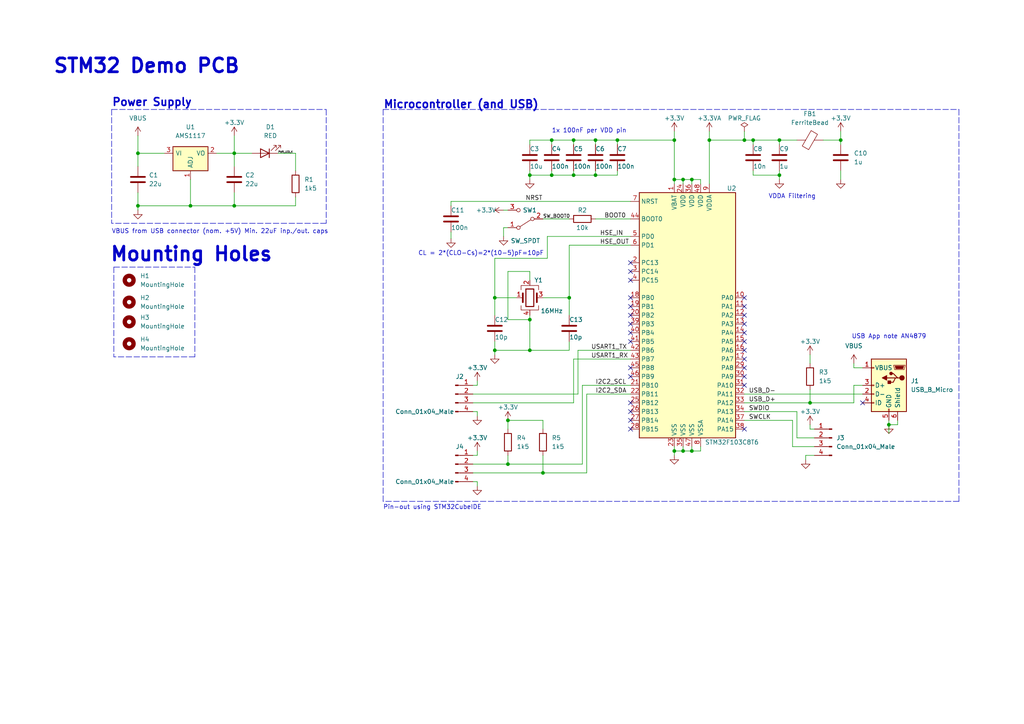
<source format=kicad_sch>
(kicad_sch (version 20211123) (generator eeschema)
  (paper "A4")
  (title_block (title "Udemy STM32 Demo PCB") (date "2022-07-07") (rev "0.1") (company "Gabriel Jaimes"))
  (lib_symbols
    (symbol "Connector:Conn_01x04_Male" (pin_names (offset 1.016) hide)
      (property "Reference" "J" (at 0 5.08 0))
      (property "Value" "Conn_01x04_Male" (at 0 -7.62 0))
      (symbol "Conn_01x04_Male_1_1"
        (polyline (pts (xy 1.27 -5.08) (xy 0.8636 -5.08)) (stroke (width 0.1524)))
        (polyline (pts (xy 1.27 -2.54) (xy 0.8636 -2.54)) (stroke (width 0.1524)))
        (polyline (pts (xy 1.27 0) (xy 0.8636 0)) (stroke (width 0.1524)))
        (polyline (pts (xy 1.27 2.54) (xy 0.8636 2.54)) (stroke (width 0.1524)))
        (rectangle (start 0.8636 -4.953) (end 0 -5.207) (stroke (width 0.1524)) (fill (type outline)))
        (rectangle (start 0.8636 -2.413) (end 0 -2.667) (stroke (width 0.1524)) (fill (type outline)))
        (rectangle (start 0.8636 0.127) (end 0 -0.127) (stroke (width 0.1524)) (fill (type outline)))
        (rectangle (start 0.8636 2.667) (end 0 2.413) (stroke (width 0.1524)) (fill (type outline)))
        (pin passive line (at 5.08 2.54 180) (length 3.81) (name "Pin_1") (number "1"))
        (pin passive line (at 5.08 0 180) (length 3.81) (name "Pin_2") (number "2"))
        (pin passive line (at 5.08 -2.54 180) (length 3.81) (name "Pin_3") (number "3"))
        (pin passive line (at 5.08 -5.08 180) (length 3.81) (name "Pin_4") (number "4"))
      )
    )
    (symbol "Connector:USB_B_Micro" (pin_names (offset 1.016))
      (property "Reference" "J" (at -5.08 11.43 0))
      (property "Value" "USB_B_Micro" (at -5.08 8.89 0))
      (symbol "USB_B_Micro_0_1"
        (rectangle (start -5.08 -7.62) (end 5.08 7.62) (stroke (width 0.254)) (fill (type background)))
        (circle (center -3.81 2.159) (radius 0.635) (stroke (width 0.254)) (fill (type outline)))
        (circle (center -0.635 3.429) (radius 0.381) (stroke (width 0.254)) (fill (type outline)))
        (rectangle (start -0.127 -7.62) (end 0.127 -6.858))
        (polyline (pts (xy -1.905 2.159) (xy 0.635 2.159)) (stroke (width 0.254)))
        (polyline (pts (xy -3.175 2.159) (xy -2.54 2.159) (xy -1.27 3.429) (xy -0.635 3.429)) (stroke (width 0.254)))
        (polyline (pts (xy -2.54 2.159) (xy -1.905 2.159) (xy -1.27 0.889) (xy 0 0.889)) (stroke (width 0.254)))
        (polyline (pts (xy 0.635 2.794) (xy 0.635 1.524) (xy 1.905 2.159) (xy 0.635 2.794)) (stroke (width 0.254)) (fill (type outline)))
        (polyline (pts (xy -4.318 5.588) (xy -1.778 5.588) (xy -2.032 4.826) (xy -4.064 4.826) (xy -4.318 5.588)) (fill (type outline)))
        (polyline (pts (xy -4.699 5.842) (xy -4.699 5.588) (xy -4.445 4.826) (xy -4.445 4.572) (xy -1.651 4.572) (xy -1.651 4.826) (xy -1.397 5.588) (xy -1.397 5.842) (xy -4.699 5.842)))
        (rectangle (start 0.254 1.27) (end -0.508 0.508) (stroke (width 0.254)) (fill (type outline)))
        (rectangle (start 5.08 -5.207) (end 4.318 -4.953))
        (rectangle (start 5.08 -2.667) (end 4.318 -2.413))
        (rectangle (start 5.08 -0.127) (end 4.318 0.127))
        (rectangle (start 5.08 4.953) (end 4.318 5.207))
      )
      (symbol "USB_B_Micro_1_1"
        (pin power_out line (at 7.62 5.08 180) (length 2.54) (name "VBUS") (number "1"))
        (pin bidirectional line (at 7.62 -2.54 180) (length 2.54) (name "D-") (number "2"))
        (pin bidirectional line (at 7.62 0 180) (length 2.54) (name "D+") (number "3"))
        (pin passive line (at 7.62 -5.08 180) (length 2.54) (name "ID") (number "4"))
        (pin power_out line (at 0 -10.16 90) (length 2.54) (name "GND") (number "5"))
        (pin passive line (at -2.54 -10.16 90) (length 2.54) (name "Shield") (number "6"))
      )
    )
    (symbol "Device:C" (pin_numbers hide) (pin_names (offset 0.254))
      (property "Reference" "C" (at 0.635 2.54 0))
      (property "Value" "C" (at 0.635 -2.54 0))
      (symbol "C_0_1"
        (polyline (pts (xy -2.032 -0.762) (xy 2.032 -0.762)) (stroke (width 0.508)))
        (polyline (pts (xy -2.032 0.762) (xy 2.032 0.762)) (stroke (width 0.508)))
      )
      (symbol "C_1_1"
        (pin passive line (at 0 3.81 270) (length 2.794) (name "~") (number "1"))
        (pin passive line (at 0 -3.81 90) (length 2.794) (name "~") (number "2"))
      )
    )
    (symbol "Device:Crystal_GND24" (pin_names (offset 1.016) hide)
      (property "Reference" "Y" (at 3.175 5.08 0))
      (property "Value" "Crystal_GND24" (at 3.175 3.175 0))
      (symbol "Crystal_GND24_0_1"
        (rectangle (start -1.143 2.54) (end 1.143 -2.54) (stroke (width 0.3048)))
        (polyline (pts (xy -2.54 0) (xy -2.032 0)))
        (polyline (pts (xy -2.032 -1.27) (xy -2.032 1.27)) (stroke (width 0.508)))
        (polyline (pts (xy 0 -3.81) (xy 0 -3.556)))
        (polyline (pts (xy 0 3.556) (xy 0 3.81)))
        (polyline (pts (xy 2.032 -1.27) (xy 2.032 1.27)) (stroke (width 0.508)))
        (polyline (pts (xy 2.032 0) (xy 2.54 0)))
        (polyline (pts (xy -2.54 -2.286) (xy -2.54 -3.556) (xy 2.54 -3.556) (xy 2.54 -2.286)))
        (polyline (pts (xy -2.54 2.286) (xy -2.54 3.556) (xy 2.54 3.556) (xy 2.54 2.286)))
      )
      (symbol "Crystal_GND24_1_1"
        (pin passive line (at -3.81 0 0) (length 1.27) (name "1") (number "1"))
        (pin passive line (at 0 5.08 270) (length 1.27) (name "2") (number "2"))
        (pin passive line (at 3.81 0 180) (length 1.27) (name "3") (number "3"))
        (pin passive line (at 0 -5.08 90) (length 1.27) (name "4") (number "4"))
      )
    )
    (symbol "Device:FerriteBead" (pin_numbers hide) (pin_names (offset 0))
      (property "Reference" "FB" (at -3.81 0.635 90))
      (property "Value" "FerriteBead" (at 3.81 0 90))
      (symbol "FerriteBead_0_1"
        (polyline (pts (xy 0 -1.27) (xy 0 -1.2192)))
        (polyline (pts (xy 0 1.27) (xy 0 1.2954)))
        (polyline (pts (xy -2.7686 0.4064) (xy -1.7018 2.2606) (xy 2.7686 -0.3048) (xy 1.6764 -2.159) (xy -2.7686 0.4064)))
      )
      (symbol "FerriteBead_1_1"
        (pin passive line (at 0 3.81 270) (length 2.54) (name "~") (number "1"))
        (pin passive line (at 0 -3.81 90) (length 2.54) (name "~") (number "2"))
      )
    )
    (symbol "Device:LED" (pin_numbers hide) (pin_names (offset 1.016) hide)
      (property "Reference" "D" (at 0 2.54 0))
      (property "Value" "LED" (at 0 -2.54 0))
      (symbol "LED_0_1"
        (polyline (pts (xy -1.27 -1.27) (xy -1.27 1.27)) (stroke (width 0.254)))
        (polyline (pts (xy -1.27 0) (xy 1.27 0)))
        (polyline (pts (xy 1.27 -1.27) (xy 1.27 1.27) (xy -1.27 0) (xy 1.27 -1.27)) (stroke (width 0.254)))
        (polyline (pts (xy -3.048 -0.762) (xy -4.572 -2.286) (xy -3.81 -2.286) (xy -4.572 -2.286) (xy -4.572 -1.524)))
        (polyline (pts (xy -1.778 -0.762) (xy -3.302 -2.286) (xy -2.54 -2.286) (xy -3.302 -2.286) (xy -3.302 -1.524)))
      )
      (symbol "LED_1_1"
        (pin passive line (at -3.81 0 0) (length 2.54) (name "K") (number "1"))
        (pin passive line (at 3.81 0 180) (length 2.54) (name "A") (number "2"))
      )
    )
    (symbol "Device:R" (pin_numbers hide) (pin_names (offset 0))
      (property "Reference" "R" (at 2.032 0 90))
      (property "Value" "R" (at 0 0 90))
      (symbol "R_0_1"
        (rectangle (start -1.016 -2.54) (end 1.016 2.54) (stroke (width 0.254)))
      )
      (symbol "R_1_1"
        (pin passive line (at 0 3.81 270) (length 1.27) (name "~") (number "1"))
        (pin passive line (at 0 -3.81 90) (length 1.27) (name "~") (number "2"))
      )
    )
    (symbol "MCU_ST_STM32F1:STM32F103C8Tx"
      (property "Reference" "U" (at -15.24 36.83 0))
      (property "Value" "STM32F103C8Tx" (at 7.62 36.83 0))
      (symbol "STM32F103C8Tx_0_1"
        (rectangle (start -15.24 -35.56) (end 12.7 35.56) (stroke (width 0.254)) (fill (type background)))
      )
      (symbol "STM32F103C8Tx_1_1"
        (pin power_in line (at -5.08 38.1 270) (length 2.54) (name "VBAT") (number "1"))
        (pin bidirectional line (at 15.24 5.08 180) (length 2.54) (name "PA0") (number "10"))
        (pin bidirectional line (at 15.24 2.54 180) (length 2.54) (name "PA1") (number "11"))
        (pin bidirectional line (at 15.24 0 180) (length 2.54) (name "PA2") (number "12"))
        (pin bidirectional line (at 15.24 -2.54 180) (length 2.54) (name "PA3") (number "13"))
        (pin bidirectional line (at 15.24 -5.08 180) (length 2.54) (name "PA4") (number "14"))
        (pin bidirectional line (at 15.24 -7.62 180) (length 2.54) (name "PA5") (number "15"))
        (pin bidirectional line (at 15.24 -10.16 180) (length 2.54) (name "PA6") (number "16"))
        (pin bidirectional line (at 15.24 -12.7 180) (length 2.54) (name "PA7") (number "17"))
        (pin bidirectional line (at -17.78 5.08 0) (length 2.54) (name "PB0") (number "18"))
        (pin bidirectional line (at -17.78 2.54 0) (length 2.54) (name "PB1") (number "19"))
        (pin bidirectional line (at -17.78 15.24 0) (length 2.54) (name "PC13") (number "2"))
        (pin bidirectional line (at -17.78 0 0) (length 2.54) (name "PB2") (number "20"))
        (pin bidirectional line (at -17.78 -20.32 0) (length 2.54) (name "PB10") (number "21"))
        (pin bidirectional line (at -17.78 -22.86 0) (length 2.54) (name "PB11") (number "22"))
        (pin power_in line (at -5.08 -38.1 90) (length 2.54) (name "VSS") (number "23"))
        (pin power_in line (at -2.54 38.1 270) (length 2.54) (name "VDD") (number "24"))
        (pin bidirectional line (at -17.78 -25.4 0) (length 2.54) (name "PB12") (number "25"))
        (pin bidirectional line (at -17.78 -27.94 0) (length 2.54) (name "PB13") (number "26"))
        (pin bidirectional line (at -17.78 -30.48 0) (length 2.54) (name "PB14") (number "27"))
        (pin bidirectional line (at -17.78 -33.02 0) (length 2.54) (name "PB15") (number "28"))
        (pin bidirectional line (at 15.24 -15.24 180) (length 2.54) (name "PA8") (number "29"))
        (pin bidirectional line (at -17.78 12.7 0) (length 2.54) (name "PC14") (number "3"))
        (pin bidirectional line (at 15.24 -17.78 180) (length 2.54) (name "PA9") (number "30"))
        (pin bidirectional line (at 15.24 -20.32 180) (length 2.54) (name "PA10") (number "31"))
        (pin bidirectional line (at 15.24 -22.86 180) (length 2.54) (name "PA11") (number "32"))
        (pin bidirectional line (at 15.24 -25.4 180) (length 2.54) (name "PA12") (number "33"))
        (pin bidirectional line (at 15.24 -27.94 180) (length 2.54) (name "PA13") (number "34"))
        (pin power_in line (at -2.54 -38.1 90) (length 2.54) (name "VSS") (number "35"))
        (pin power_in line (at 0 38.1 270) (length 2.54) (name "VDD") (number "36"))
        (pin bidirectional line (at 15.24 -30.48 180) (length 2.54) (name "PA14") (number "37"))
        (pin bidirectional line (at 15.24 -33.02 180) (length 2.54) (name "PA15") (number "38"))
        (pin bidirectional line (at -17.78 -2.54 0) (length 2.54) (name "PB3") (number "39"))
        (pin bidirectional line (at -17.78 10.16 0) (length 2.54) (name "PC15") (number "4"))
        (pin bidirectional line (at -17.78 -5.08 0) (length 2.54) (name "PB4") (number "40"))
        (pin bidirectional line (at -17.78 -7.62 0) (length 2.54) (name "PB5") (number "41"))
        (pin bidirectional line (at -17.78 -10.16 0) (length 2.54) (name "PB6") (number "42"))
        (pin bidirectional line (at -17.78 -12.7 0) (length 2.54) (name "PB7") (number "43"))
        (pin input line (at -17.78 27.94 0) (length 2.54) (name "BOOT0") (number "44"))
        (pin bidirectional line (at -17.78 -15.24 0) (length 2.54) (name "PB8") (number "45"))
        (pin bidirectional line (at -17.78 -17.78 0) (length 2.54) (name "PB9") (number "46"))
        (pin power_in line (at 0 -38.1 90) (length 2.54) (name "VSS") (number "47"))
        (pin power_in line (at 2.54 38.1 270) (length 2.54) (name "VDD") (number "48"))
        (pin input line (at -17.78 22.86 0) (length 2.54) (name "PD0") (number "5"))
        (pin input line (at -17.78 20.32 0) (length 2.54) (name "PD1") (number "6"))
        (pin input line (at -17.78 33.02 0) (length 2.54) (name "NRST") (number "7"))
        (pin power_in line (at 2.54 -38.1 90) (length 2.54) (name "VSSA") (number "8"))
        (pin power_in line (at 5.08 38.1 270) (length 2.54) (name "VDDA") (number "9"))
      )
    )
    (symbol "Mechanical:MountingHole" (pin_names (offset 1.016))
      (property "Reference" "H" (at 0 5.08 0))
      (property "Value" "MountingHole" (at 0 3.175 0))
      (symbol "MountingHole_0_1"
        (circle (center 0 0) (radius 1.27) (stroke (width 1.27)))
      )
    )
    (symbol "Regulator_Linear:AMS1117" (pin_names (offset 0.762))
      (property "Reference" "U" (at -3.81 3.175 0))
      (property "Value" "AMS1117" (at 0 3.175 0))
      (symbol "AMS1117_0_1"
        (rectangle (start -5.08 -5.08) (end 5.08 1.905) (stroke (width 0.254)) (fill (type background)))
      )
      (symbol "AMS1117_1_1"
        (pin input line (at 0 -7.62 90) (length 2.54) (name "ADJ") (number "1"))
        (pin power_out line (at 7.62 0 180) (length 2.54) (name "VO") (number "2"))
        (pin power_in line (at -7.62 0 0) (length 2.54) (name "VI") (number "3"))
      )
    )
    (symbol "Switch:SW_SPDT" (pin_names (offset 0) hide)
      (property "Reference" "SW" (at 0 4.318 0))
      (property "Value" "SW_SPDT" (at 0 -5.08 0))
      (symbol "SW_SPDT_0_0"
        (circle (center -2.032 0) (radius 0.508))
        (circle (center 2.032 -2.54) (radius 0.508))
      )
      (symbol "SW_SPDT_0_1"
        (polyline (pts (xy -1.524 0.254) (xy 1.651 2.286)))
        (circle (center 2.032 2.54) (radius 0.508))
      )
      (symbol "SW_SPDT_1_1"
        (pin passive line (at 5.08 2.54 180) (length 2.54) (name "A") (number "1"))
        (pin passive line (at -5.08 0 0) (length 2.54) (name "B") (number "2"))
        (pin passive line (at 5.08 -2.54 180) (length 2.54) (name "C") (number "3"))
      )
    )
    (symbol "power:+3.3V" (power) (pin_names (offset 0))
      (property "Value" "+3.3V" (at 0 3.556 0))
      (symbol "+3.3V_0_1"
        (polyline (pts (xy -0.762 1.27) (xy 0 2.54)))
        (polyline (pts (xy 0 0) (xy 0 2.54)))
        (polyline (pts (xy 0 2.54) (xy 0.762 1.27)))
      )
      (symbol "+3.3V_1_1"
        (pin power_in line (at 0 0 90) (length 0) hide (name "+3.3V") (number "1"))
      )
    )
    (symbol "power:+3.3VA" (power) (pin_names (offset 0))
      (property "Value" "+3.3VA" (at 0 3.556 0))
      (symbol "+3.3VA_0_1"
        (polyline (pts (xy -0.762 1.27) (xy 0 2.54)))
        (polyline (pts (xy 0 0) (xy 0 2.54)))
        (polyline (pts (xy 0 2.54) (xy 0.762 1.27)))
      )
      (symbol "+3.3VA_1_1"
        (pin power_in line (at 0 0 90) (length 0) hide (name "+3.3VA") (number "1"))
      )
    )
    (symbol "power:GND" (power) (pin_names (offset 0))
      (property "Value" "GND" (at 0 -3.81 0))
      (symbol "GND_0_1"
        (polyline (pts (xy 0 0) (xy 0 -1.27) (xy 1.27 -1.27) (xy 0 -2.54) (xy -1.27 -1.27) (xy 0 -1.27)))
      )
      (symbol "GND_1_1"
        (pin power_in line (at 0 0 270) (length 0) hide (name "GND") (number "1"))
      )
    )
    (symbol "power:PWR_FLAG" (power) (pin_numbers hide) (pin_names (offset 0) hide)
      (property "Value" "PWR_FLAG" (at 0 3.81 0))
      (symbol "PWR_FLAG_0_0"
        (pin power_out line (at 0 0 90) (length 0) (name "pwr") (number "1"))
      )
      (symbol "PWR_FLAG_0_1"
        (polyline (pts (xy 0 0) (xy 0 1.27) (xy -1.016 1.905) (xy 0 2.54) (xy 1.016 1.905) (xy 0 1.27)))
      )
    )
    (symbol "power:VBUS" (power) (pin_names (offset 0))
      (property "Value" "VBUS" (at 0 3.81 0))
      (symbol "VBUS_0_1"
        (polyline (pts (xy -0.762 1.27) (xy 0 2.54)))
        (polyline (pts (xy 0 0) (xy 0 2.54)))
        (polyline (pts (xy 0 2.54) (xy 0.762 1.27)))
      )
      (symbol "VBUS_1_1"
        (pin power_in line (at 0 0 90) (length 0) hide (name "VBUS") (number "1"))
      )
    )
  )
  (junction (at 257.81 123.19))
  (junction (at 160.02 50.8))
  (junction (at 55.245 59.69))
  (junction (at 165.1 86.36))
  (junction (at 195.58 40.64))
  (junction (at 172.72 50.8))
  (junction (at 215.9 40.64))
  (junction (at 195.58 130.81))
  (junction (at 67.945 44.45))
  (junction (at 234.95 116.84))
  (junction (at 143.51 101.6))
  (junction (at 40.005 59.69))
  (junction (at 226.06 50.8))
  (junction (at 198.12 130.81))
  (junction (at 147.32 134.62))
  (junction (at 166.37 50.8))
  (junction (at 157.48 137.16))
  (junction (at 243.84 40.64))
  (junction (at 205.74 40.64))
  (junction (at 226.06 40.64))
  (junction (at 200.66 130.81))
  (junction (at 195.58 52.07))
  (junction (at 200.66 52.07))
  (junction (at 198.12 52.07))
  (junction (at 147.32 121.92))
  (junction (at 153.67 101.6))
  (junction (at 153.67 92.71))
  (junction (at 67.945 59.69))
  (junction (at 172.72 40.64))
  (junction (at 179.07 40.64))
  (junction (at 40.005 44.45))
  (junction (at 166.37 40.64))
  (junction (at 160.02 40.64))
  (junction (at 143.51 86.36))
  (junction (at 153.67 50.8))
  (junction (at 218.44 40.64))
  (no_connect (at 250.19 116.84))
  (no_connect (at 182.88 76.2))
  (no_connect (at 182.88 93.98))
  (no_connect (at 182.88 91.44))
  (no_connect (at 182.88 81.28))
  (no_connect (at 182.88 78.74))
  (no_connect (at 182.88 86.36))
  (no_connect (at 182.88 96.52))
  (no_connect (at 182.88 88.9))
  (no_connect (at 182.88 99.06))
  (no_connect (at 182.88 121.92))
  (no_connect (at 182.88 119.38))
  (no_connect (at 182.88 124.46))
  (no_connect (at 182.88 116.84))
  (no_connect (at 182.88 106.68))
  (no_connect (at 182.88 109.22))
  (no_connect (at 215.9 101.6))
  (no_connect (at 215.9 111.76))
  (no_connect (at 215.9 106.68))
  (no_connect (at 215.9 104.14))
  (no_connect (at 215.9 124.46))
  (no_connect (at 215.9 109.22))
  (no_connect (at 215.9 91.44))
  (no_connect (at 215.9 88.9))
  (no_connect (at 215.9 99.06))
  (no_connect (at 215.9 93.98))
  (no_connect (at 215.9 86.36))
  (no_connect (at 215.9 96.52))
  (wire (pts (xy 168.91 111.76) (xy 168.91 134.62)))
  (wire (pts (xy 143.51 101.6) (xy 143.51 102.87)))
  (polyline (pts (xy 32.385 31.75) (xy 94.615 31.75)))
  (wire (pts (xy 195.58 52.07) (xy 195.58 53.34)))
  (wire (pts (xy 226.06 40.64) (xy 226.06 41.91)))
  (wire (pts (xy 231.14 119.38) (xy 231.14 127)))
  (wire (pts (xy 40.005 59.69) (xy 55.245 59.69)))
  (wire (pts (xy 138.43 139.7) (xy 138.43 140.97)))
  (wire (pts (xy 158.75 68.58) (xy 182.88 68.58)))
  (wire (pts (xy 157.48 63.5) (xy 165.1 63.5)))
  (wire (pts (xy 234.95 113.03) (xy 234.95 116.84)))
  (wire (pts (xy 203.2 129.54) (xy 203.2 130.81)))
  (wire (pts (xy 147.32 132.08) (xy 147.32 134.62)))
  (wire (pts (xy 243.84 38.1) (xy 243.84 40.64)))
  (wire (pts (xy 147.32 92.71) (xy 153.67 92.71)))
  (wire (pts (xy 195.58 130.81) (xy 195.58 132.08)))
  (wire (pts (xy 160.02 40.64) (xy 166.37 40.64)))
  (wire (pts (xy 236.22 132.08) (xy 233.68 132.08)))
  (wire (pts (xy 243.84 40.64) (xy 238.76 40.64)))
  (wire (pts (xy 167.64 101.6) (xy 182.88 101.6)))
  (wire (pts (xy 218.44 40.64) (xy 226.06 40.64)))
  (wire (pts (xy 226.06 50.8) (xy 226.06 52.07)))
  (wire (pts (xy 167.64 114.3) (xy 167.64 101.6)))
  (wire (pts (xy 153.67 40.64) (xy 160.02 40.64)))
  (wire (pts (xy 130.81 67.31) (xy 130.81 69.215)))
  (wire (pts (xy 247.65 106.68) (xy 247.65 105.41)))
  (polyline (pts (xy 278.13 145.415) (xy 111.125 145.415)))
  (wire (pts (xy 226.06 50.8) (xy 226.06 49.53)))
  (wire (pts (xy 200.66 52.07) (xy 200.66 53.34)))
  (wire (pts (xy 257.81 123.19) (xy 257.81 125.73)))
  (wire (pts (xy 40.005 59.69) (xy 40.005 60.96)))
  (wire (pts (xy 166.37 116.84) (xy 166.37 104.14)))
  (wire (pts (xy 200.66 52.07) (xy 198.12 52.07)))
  (wire (pts (xy 147.32 124.46) (xy 147.32 121.92)))
  (wire (pts (xy 233.68 132.08) (xy 233.68 133.35)))
  (wire (pts (xy 138.43 132.08) (xy 138.43 130.81)))
  (wire (pts (xy 85.725 44.45) (xy 85.725 49.53)))
  (wire (pts (xy 179.07 50.8) (xy 179.07 49.53)))
  (polyline (pts (xy 111.125 31.75) (xy 278.13 31.75)))
  (wire (pts (xy 165.1 86.36) (xy 165.1 91.44)))
  (wire (pts (xy 198.12 129.54) (xy 198.12 130.81)))
  (wire (pts (xy 67.945 39.37) (xy 67.945 44.45)))
  (wire (pts (xy 250.19 106.68) (xy 247.65 106.68)))
  (wire (pts (xy 198.12 52.07) (xy 198.12 53.34)))
  (wire (pts (xy 137.16 132.08) (xy 138.43 132.08)))
  (wire (pts (xy 243.84 49.53) (xy 243.84 52.07)))
  (wire (pts (xy 198.12 52.07) (xy 195.58 52.07)))
  (wire (pts (xy 147.32 134.62) (xy 137.16 134.62)))
  (polyline (pts (xy 94.615 64.77) (xy 32.385 64.77)))
  (wire (pts (xy 203.2 52.07) (xy 203.2 53.34)))
  (wire (pts (xy 172.72 63.5) (xy 182.88 63.5)))
  (wire (pts (xy 170.18 137.16) (xy 157.48 137.16)))
  (wire (pts (xy 166.37 40.64) (xy 166.37 41.91)))
  (wire (pts (xy 215.9 119.38) (xy 231.14 119.38)))
  (wire (pts (xy 166.37 50.8) (xy 172.72 50.8)))
  (polyline (pts (xy 278.13 31.75) (xy 278.13 145.415)))
  (polyline (pts (xy 56.515 77.47) (xy 56.515 103.505)))
  (wire (pts (xy 182.88 114.3) (xy 170.18 114.3)))
  (wire (pts (xy 138.43 110.49) (xy 138.43 111.76)))
  (wire (pts (xy 146.05 68.58) (xy 146.05 66.04)))
  (polyline (pts (xy 94.615 31.75) (xy 94.615 64.77)))
  (wire (pts (xy 260.35 121.92) (xy 260.35 123.19)))
  (wire (pts (xy 179.07 40.64) (xy 179.07 41.91)))
  (wire (pts (xy 138.43 111.76) (xy 137.16 111.76)))
  (wire (pts (xy 182.88 111.76) (xy 168.91 111.76)))
  (wire (pts (xy 179.07 40.64) (xy 195.58 40.64)))
  (wire (pts (xy 67.945 44.45) (xy 73.025 44.45)))
  (wire (pts (xy 157.48 121.92) (xy 157.48 124.46)))
  (wire (pts (xy 200.66 130.81) (xy 198.12 130.81)))
  (wire (pts (xy 198.12 130.81) (xy 195.58 130.81)))
  (wire (pts (xy 215.9 40.64) (xy 218.44 40.64)))
  (wire (pts (xy 153.67 49.53) (xy 153.67 50.8)))
  (wire (pts (xy 130.81 58.42) (xy 182.88 58.42)))
  (wire (pts (xy 205.74 38.1) (xy 205.74 40.64)))
  (wire (pts (xy 205.74 40.64) (xy 205.74 53.34)))
  (wire (pts (xy 166.37 104.14) (xy 182.88 104.14)))
  (wire (pts (xy 153.67 101.6) (xy 165.1 101.6)))
  (wire (pts (xy 168.91 134.62) (xy 147.32 134.62)))
  (wire (pts (xy 153.67 78.74) (xy 153.67 81.28)))
  (wire (pts (xy 62.865 44.45) (xy 67.945 44.45)))
  (wire (pts (xy 160.02 49.53) (xy 160.02 50.8)))
  (wire (pts (xy 40.005 55.88) (xy 40.005 59.69)))
  (wire (pts (xy 55.245 52.07) (xy 55.245 59.69)))
  (wire (pts (xy 80.645 44.45) (xy 85.725 44.45)))
  (wire (pts (xy 243.84 41.91) (xy 243.84 40.64)))
  (wire (pts (xy 40.005 48.26) (xy 40.005 44.45)))
  (wire (pts (xy 143.51 86.36) (xy 143.51 91.44)))
  (wire (pts (xy 137.16 116.84) (xy 166.37 116.84)))
  (wire (pts (xy 215.9 38.1) (xy 215.9 40.64)))
  (wire (pts (xy 137.16 139.7) (xy 138.43 139.7)))
  (wire (pts (xy 231.14 127) (xy 236.22 127)))
  (wire (pts (xy 153.67 78.74) (xy 147.32 78.74)))
  (wire (pts (xy 157.48 137.16) (xy 137.16 137.16)))
  (wire (pts (xy 130.81 58.42) (xy 130.81 59.69)))
  (wire (pts (xy 172.72 50.8) (xy 179.07 50.8)))
  (wire (pts (xy 67.945 59.69) (xy 67.945 55.88)))
  (wire (pts (xy 195.58 129.54) (xy 195.58 130.81)))
  (wire (pts (xy 157.48 132.08) (xy 157.48 137.16)))
  (wire (pts (xy 247.65 116.84) (xy 247.65 111.76)))
  (wire (pts (xy 218.44 49.53) (xy 218.44 50.8)))
  (polyline (pts (xy 33.02 77.47) (xy 56.515 77.47)))
  (wire (pts (xy 166.37 40.64) (xy 172.72 40.64)))
  (wire (pts (xy 234.95 102.87) (xy 234.95 105.41)))
  (wire (pts (xy 229.87 121.92) (xy 229.87 129.54)))
  (wire (pts (xy 143.51 74.93) (xy 143.51 86.36)))
  (wire (pts (xy 143.51 101.6) (xy 153.67 101.6)))
  (wire (pts (xy 218.44 40.64) (xy 218.44 41.91)))
  (wire (pts (xy 146.05 66.04) (xy 147.32 66.04)))
  (wire (pts (xy 203.2 130.81) (xy 200.66 130.81)))
  (wire (pts (xy 215.9 116.84) (xy 234.95 116.84)))
  (wire (pts (xy 170.18 114.3) (xy 170.18 137.16)))
  (wire (pts (xy 172.72 40.64) (xy 179.07 40.64)))
  (wire (pts (xy 195.58 38.1) (xy 195.58 40.64)))
  (wire (pts (xy 166.37 49.53) (xy 166.37 50.8)))
  (wire (pts (xy 85.725 57.15) (xy 85.725 59.69)))
  (wire (pts (xy 165.1 86.36) (xy 157.48 86.36)))
  (wire (pts (xy 200.66 129.54) (xy 200.66 130.81)))
  (wire (pts (xy 40.005 39.37) (xy 40.005 44.45)))
  (wire (pts (xy 147.32 121.92) (xy 157.48 121.92)))
  (wire (pts (xy 165.1 99.06) (xy 165.1 101.6)))
  (wire (pts (xy 236.22 124.46) (xy 234.95 124.46)))
  (wire (pts (xy 195.58 40.64) (xy 195.58 52.07)))
  (wire (pts (xy 153.67 91.44) (xy 153.67 92.71)))
  (polyline (pts (xy 111.125 31.75) (xy 111.125 145.415)))
  (wire (pts (xy 172.72 49.53) (xy 172.72 50.8)))
  (wire (pts (xy 158.75 74.93) (xy 143.51 74.93)))
  (wire (pts (xy 234.95 124.46) (xy 234.95 123.19)))
  (wire (pts (xy 153.67 50.8) (xy 153.67 52.07)))
  (wire (pts (xy 247.65 111.76) (xy 250.19 111.76)))
  (wire (pts (xy 153.67 41.91) (xy 153.67 40.64)))
  (wire (pts (xy 160.02 50.8) (xy 166.37 50.8)))
  (wire (pts (xy 215.9 121.92) (xy 229.87 121.92)))
  (wire (pts (xy 147.32 78.74) (xy 147.32 92.71)))
  (polyline (pts (xy 33.02 77.47) (xy 33.02 103.505)))
  (wire (pts (xy 218.44 50.8) (xy 226.06 50.8)))
  (wire (pts (xy 234.95 116.84) (xy 247.65 116.84)))
  (wire (pts (xy 215.9 114.3) (xy 250.19 114.3)))
  (wire (pts (xy 205.74 40.64) (xy 215.9 40.64)))
  (wire (pts (xy 146.05 60.96) (xy 147.32 60.96)))
  (wire (pts (xy 158.75 68.58) (xy 158.75 74.93)))
  (wire (pts (xy 137.16 114.3) (xy 167.64 114.3)))
  (wire (pts (xy 67.945 44.45) (xy 67.945 48.26)))
  (wire (pts (xy 172.72 40.64) (xy 172.72 41.91)))
  (wire (pts (xy 257.81 121.92) (xy 257.81 123.19)))
  (wire (pts (xy 85.725 59.69) (xy 67.945 59.69)))
  (wire (pts (xy 165.1 71.12) (xy 182.88 71.12)))
  (wire (pts (xy 40.005 44.45) (xy 47.625 44.45)))
  (wire (pts (xy 137.16 119.38) (xy 138.43 119.38)))
  (wire (pts (xy 165.1 71.12) (xy 165.1 86.36)))
  (wire (pts (xy 229.87 129.54) (xy 236.22 129.54)))
  (wire (pts (xy 138.43 119.38) (xy 138.43 120.65)))
  (wire (pts (xy 143.51 86.36) (xy 149.86 86.36)))
  (polyline (pts (xy 32.385 31.75) (xy 32.385 64.77)))
  (wire (pts (xy 143.51 101.6) (xy 143.51 99.06)))
  (wire (pts (xy 160.02 40.64) (xy 160.02 41.91)))
  (wire (pts (xy 226.06 40.64) (xy 231.14 40.64)))
  (polyline (pts (xy 56.515 103.505) (xy 33.02 103.505)))
  (wire (pts (xy 55.245 59.69) (xy 67.945 59.69)))
  (wire (pts (xy 153.67 50.8) (xy 160.02 50.8)))
  (wire (pts (xy 203.2 52.07) (xy 200.66 52.07)))
  (wire (pts (xy 153.67 92.71) (xy 153.67 101.6)))
  (wire (pts (xy 260.35 123.19) (xy 257.81 123.19)))
  (text "Mounting Holes" (at 31.75 76.2 0) (effects (font (size 4 4) (thickness 0.8) bold) (justify left bottom)))
  (text "Microcontroller (and USB)" (at 111.125 31.75 0) (effects (font (size 2.25 2.25) (thickness 0.45) bold) (justify left bottom)))
  (text "Pin-out using STM32CubeIDE" (at 111.125 147.955 0) (effects (font (size 1.27 1.27)) (justify left bottom)))
  (text "Power Supply" (at 32.385 31.115 0) (effects (font (size 2.25 2.25) (thickness 0.45) bold) (justify left bottom)))
  (text "VDDA Filtering" (at 222.885 57.785 0) (effects (font (size 1.27 1.27)) (justify left bottom)))
  (text "1x 100nF per VDD pin" (at 160.02 38.735 0) (effects (font (size 1.27 1.27)) (justify left bottom)))
  (text "USB App note AN4879\n" (at 247.015 98.425 0) (effects (font (size 1.27 1.27)) (justify left bottom)))
  (text "CL = 2*(CLO-Cs)=2*(10-5)pF=10pF" (at 121.285 74.295 0) (effects (font (size 1.27 1.27)) (justify left bottom)))
  (text "VBUS from USB connector (nom. +5V) Min. 22uF inp./out. caps\n" (at 32.385 67.945 0) (effects (font (size 1.27 1.27)) (justify left bottom)))
  (text "STM32 Demo PCB" (at 15.24 21.59 0) (effects (font (size 4 4) (thickness 0.8) bold) (justify left bottom)))
  (label "SWCLK" (at 217.17 121.92 0))
  (label "SWDIO" (at 217.17 119.38 0))
  (label "BOOT0" (at 175.26 63.5 0))
  (label "NRST" (at 152.4 58.42 0))
  (label "HSE_IN" (at 173.99 68.58 0))
  (label "USART1_RX" (at 171.45 104.14 0))
  (label "PWR_LED_K" (at 80.645 44.45 0) (effects (font (size 0.5 0.5))))
  (label "USB_D-" (at 217.17 114.3 0))
  (label "USB_D+" (at 217.17 116.84 0))
  (label "I2C2_SDA" (at 172.72 114.3 0))
  (label "SW_BOOT0" (at 157.48 63.5 0) (effects (font (size 1 1))))
  (label "USART1_TX" (at 171.45 101.6 0))
  (label "HSE_OUT" (at 173.99 71.12 0))
  (label "I2C2_SCL" (at 172.72 111.76 0))
  (symbol (lib_id "power:GND") (at 233.68 133.35 0) (unit 1)
    (property "Reference" "#PWR023" (effects hide))
    (property "Value" "GND" (effects hide))
  )
  (symbol (lib_id "Device:C") (at 160.02 45.72 0) (unit 1)
    (property "Reference" "C4" (at 160.02 43.18 0) (effects (justify left)))
    (property "Value" "100n" (at 160.02 48.26 0) (effects (justify left)))
    (property "Footprint" "Capacitor_SMD:C_0402_1005Metric" (effects hide))
  )
  (symbol (lib_id "power:GND") (at 153.67 52.07 0) (unit 1)
    (property "Reference" "#PWR06" (effects hide))
    (property "Value" "GND" (effects hide))
  )
  (symbol (lib_id "Device:C") (at 218.44 45.72 0) (unit 1)
    (property "Reference" "C8" (at 218.44 43.18 0) (effects (justify left)))
    (property "Value" "10n" (at 218.44 48.26 0) (effects (justify left)))
    (property "Footprint" "Capacitor_SMD:C_0402_1005Metric" (effects hide))
  )
  (symbol (lib_id "Connector:Conn_01x04_Male") (at 132.08 134.62 0) (unit 1)
    (property "Reference" "J4" (at 133.35 129.54 0))
    (property "Value" "Conn_01x04_Male" (at 123.19 139.7 0))
    (property "Footprint" "Connector_PinHeader_2.54mm:PinHeader_1x04_P2.54mm_Vertical" (effects hide))
  )
  (symbol (lib_id "power:GND") (at 226.06 52.07 0) (unit 1)
    (property "Reference" "#PWR07" (effects hide))
    (property "Value" "GND" (effects hide))
  )
  (symbol (lib_id "power:+3.3VA") (at 205.74 38.1 0) (unit 1)
    (property "Reference" "#PWR02" (effects hide))
    (property "Value" "+3.3VA" (at 205.74 34.29 0))
  )
  (symbol (lib_id "Mechanical:MountingHole") (at 37.465 93.345 0) (unit 1)
    (property "Reference" "H3" (at 40.64 92.0749 0) (effects (justify left)))
    (property "Value" "MountingHole" (at 40.64 94.6149 0) (effects (justify left)))
    (property "Footprint" "MountingHole:MountingHole_2.2mm_M2" (effects hide))
  )
  (symbol (lib_id "Device:C") (at 243.84 45.72 0) (unit 1)
    (property "Reference" "C10" (at 247.65 44.4499 0) (effects (justify left)))
    (property "Value" "1u" (at 247.65 46.9899 0) (effects (justify left)))
    (property "Footprint" "Capacitor_SMD:C_0402_1005Metric" (effects hide))
  )
  (symbol (lib_id "power:+3.3V") (at 138.43 130.81 0) (unit 1)
    (property "Reference" "#PWR021" (effects hide))
    (property "Value" "+3.3V" (at 138.43 127 0))
  )
  (symbol (lib_id "Device:C") (at 172.72 45.72 0) (unit 1)
    (property "Reference" "C6" (at 172.72 43.18 0) (effects (justify left)))
    (property "Value" "100n" (at 172.72 48.26 0) (effects (justify left)))
    (property "Footprint" "Capacitor_SMD:C_0402_1005Metric" (effects hide))
  )
  (symbol (lib_id "Device:R") (at 147.32 128.27 0) (unit 1)
    (property "Reference" "R4" (at 149.86 126.9999 0) (effects (justify left)))
    (property "Value" "1k5" (at 149.86 129.5399 0) (effects (justify left)))
    (property "Footprint" "Resistor_SMD:R_0402_1005Metric" (effects hide))
  )
  (symbol (lib_id "power:+3.3V") (at 147.32 121.92 0) (unit 1)
    (property "Reference" "#PWR018" (effects hide))
    (property "Value" "+3.3V" (at 147.32 118.11 0))
  )
  (symbol (lib_id "Connector:Conn_01x04_Male") (at 241.3 127 0) (mirror y) (unit 1)
    (property "Reference" "J3" (at 242.57 126.9999 0) (effects (justify right)))
    (property "Value" "Conn_01x04_Male" (at 242.57 129.5399 0) (effects (justify right)))
    (property "Footprint" "Connector_PinHeader_2.54mm:PinHeader_1x04_P2.54mm_Vertical" (effects hide))
  )
  (symbol (lib_id "Connector:Conn_01x04_Male") (at 132.08 114.3 0) (unit 1)
    (property "Reference" "J2" (at 133.35 109.22 0))
    (property "Value" "Conn_01x04_Male" (at 123.19 119.38 0))
    (property "Footprint" "Connector_PinHeader_2.54mm:PinHeader_1x04_P2.54mm_Vertical" (effects hide))
  )
  (symbol (lib_id "Mechanical:MountingHole") (at 37.465 81.28 0) (unit 1)
    (property "Reference" "H1" (at 40.64 80.0099 0) (effects (justify left)))
    (property "Value" "MountingHole" (at 40.64 82.5499 0) (effects (justify left)))
    (property "Footprint" "MountingHole:MountingHole_2.2mm_M2" (effects hide))
  )
  (symbol (lib_id "Device:C") (at 153.67 45.72 0) (unit 1)
    (property "Reference" "C3" (at 153.67 43.18 0) (effects (justify left)))
    (property "Value" "10u" (at 153.67 48.26 0) (effects (justify left)))
    (property "Footprint" "Capacitor_SMD:C_0603_1608Metric" (effects hide))
  )
  (symbol (lib_id "Connector:USB_B_Micro") (at 257.81 111.76 0) (mirror y) (unit 1)
    (property "Reference" "J1" (at 264.16 110.4899 0) (effects (justify right)))
    (property "Value" "USB_B_Micro" (at 264.16 113.0299 0) (effects (justify right)))
    (property "Footprint" "Connector_USB:USB_Micro-B_Wuerth_629105150521" (effects hide))
  )
  (symbol (lib_id "power:GND") (at 195.58 132.08 0) (unit 1)
    (property "Reference" "#PWR022" (effects hide))
    (property "Value" "GND" (effects hide))
  )
  (symbol (lib_id "power:+3.3V") (at 234.95 123.19 0) (unit 1)
    (property "Reference" "#PWR019" (effects hide))
    (property "Value" "+3.3V" (at 234.95 119.38 0))
  )
  (symbol (lib_id "Device:C") (at 166.37 45.72 0) (unit 1)
    (property "Reference" "C5" (at 166.37 43.18 0) (effects (justify left)))
    (property "Value" "100n" (at 166.37 48.26 0) (effects (justify left)))
    (property "Footprint" "Capacitor_SMD:C_0402_1005Metric" (effects hide))
  )
  (symbol (lib_id "MCU_ST_STM32F1:STM32F103C8Tx") (at 200.66 91.44 0) (unit 1)
    (property "Reference" "U2" (at 210.82 54.61 0) (effects (justify left)))
    (property "Value" "STM32F103C8T6" (at 204.47 128.27 0) (effects (justify left)))
    (property "Footprint" "Package_QFP:LQFP-48_7x7mm_P0.5mm" (effects hide))
    (property "Datasheet" "http://www.st.com/st-web-ui/static/active/en/resource/technical/document/datasheet/CD00161566.pdf" (effects hide))
  )
  (symbol (lib_id "Device:C") (at 130.81 63.5 0) (unit 1)
    (property "Reference" "C11" (at 130.81 60.96 0) (effects (justify left)))
    (property "Value" "100n" (at 130.81 66.04 0) (effects (justify left)))
    (property "Footprint" "Capacitor_SMD:C_0402_1005Metric" (effects hide))
  )
  (symbol (lib_id "Device:LED") (at 76.835 44.45 180) (unit 1)
    (property "Reference" "D1" (at 78.4225 36.83 0))
    (property "Value" "RED" (at 78.4225 39.37 0))
    (property "Footprint" "LED_SMD:LED_0603_1608Metric" (effects hide))
  )
  (symbol (lib_id "Device:C") (at 165.1 95.25 0) (unit 1)
    (property "Reference" "C13" (at 165.1 92.71 0) (effects (justify left)))
    (property "Value" "10p" (at 165.1 97.79 0) (effects (justify left)))
    (property "Footprint" "Capacitor_SMD:C_0402_1005Metric" (effects hide))
  )
  (symbol (lib_id "Device:C") (at 143.51 95.25 0) (unit 1)
    (property "Reference" "C12" (at 143.51 92.71 0) (effects (justify left)))
    (property "Value" "10p" (at 143.51 97.79 0) (effects (justify left)))
    (property "Footprint" "Capacitor_SMD:C_0402_1005Metric" (effects hide))
  )
  (symbol (lib_id "power:GND") (at 146.05 68.58 0) (unit 1)
    (property "Reference" "#PWR011" (effects hide))
    (property "Value" "GND" (effects hide))
  )
  (symbol (lib_id "power:+3.3V") (at 146.05 60.96 90) (unit 1)
    (property "Reference" "#PWR010" (effects hide))
    (property "Value" "+3.3V" (at 140.97 60.96 90))
  )
  (symbol (lib_id "Mechanical:MountingHole") (at 37.465 99.695 0) (unit 1)
    (property "Reference" "H4" (at 40.64 98.4249 0) (effects (justify left)))
    (property "Value" "MountingHole" (at 40.64 100.9649 0) (effects (justify left)))
    (property "Footprint" "MountingHole:MountingHole_2.2mm_M2" (effects hide))
  )
  (symbol (lib_id "power:PWR_FLAG") (at 215.9 38.1 0) (unit 1)
    (property "Reference" "#FLG0101" (effects hide))
    (property "Value" "PWR_FLAG" (at 215.9 34.29 0))
  )
  (symbol (lib_id "Device:Crystal_GND24") (at 153.67 86.36 0) (unit 1)
    (property "Reference" "Y1" (at 156.21 81.28 0))
    (property "Value" "16MHz" (at 160.02 90.17 0))
    (property "Footprint" "Crystal:Crystal_SMD_3225-4Pin_3.2x2.5mm" (effects hide))
  )
  (symbol (lib_id "Regulator_Linear:AMS1117") (at 55.245 44.45 0) (unit 1)
    (property "Reference" "U1" (at 55.245 36.83 0))
    (property "Value" "AMS1117" (at 55.245 39.37 0))
    (property "Footprint" "Package_TO_SOT_SMD:SOT-223-3_TabPin2" (effects hide))
    (property "Datasheet" "http://www.advanced-monolithic.com/pdf/ds1117.pdf" (effects hide))
  )
  (symbol (lib_id "Device:C") (at 67.945 52.07 0) (unit 1)
    (property "Reference" "C2" (at 71.12 50.7999 0) (effects (justify left)))
    (property "Value" "22u" (at 71.12 53.3399 0) (effects (justify left)))
    (property "Footprint" "Capacitor_SMD:C_0805_2012Metric" (effects hide))
  )
  (symbol (lib_id "Device:R") (at 168.91 63.5 90) (unit 1)
    (property "Reference" "R2" (at 168.91 60.96 90))
    (property "Value" "10k" (at 168.91 66.04 90))
    (property "Footprint" "Resistor_SMD:R_0402_1005Metric" (effects hide))
  )
  (symbol (lib_id "power:+3.3V") (at 195.58 38.1 0) (unit 1)
    (property "Reference" "#PWR01" (effects hide))
    (property "Value" "+3.3V" (at 195.58 34.29 0))
  )
  (symbol (lib_id "power:+3.3V") (at 67.945 39.37 0) (unit 1)
    (property "Reference" "#PWR05" (effects hide))
    (property "Value" "+3.3V" (at 67.945 35.56 0))
  )
  (symbol (lib_id "Mechanical:MountingHole") (at 37.465 87.63 0) (unit 1)
    (property "Reference" "H2" (at 40.64 86.3599 0) (effects (justify left)))
    (property "Value" "MountingHole" (at 40.64 88.8999 0) (effects (justify left)))
    (property "Footprint" "MountingHole:MountingHole_2.2mm_M2" (effects hide))
  )
  (symbol (lib_id "power:+3.3V") (at 138.43 110.49 0) (unit 1)
    (property "Reference" "#PWR016" (effects hide))
    (property "Value" "+3.3V" (at 138.43 106.68 0))
  )
  (symbol (lib_id "power:VBUS") (at 40.005 39.37 0) (unit 1)
    (property "Reference" "#PWR04" (effects hide))
    (property "Value" "VBUS" (at 40.005 34.29 0))
  )
  (symbol (lib_id "power:GND") (at 138.43 120.65 0) (unit 1)
    (property "Reference" "#PWR017" (effects hide))
    (property "Value" "GND" (effects hide))
  )
  (symbol (lib_id "power:GND") (at 257.81 123.19 0) (unit 1)
    (property "Reference" "#PWR020" (effects hide))
    (property "Value" "GND" (effects hide))
  )
  (symbol (lib_id "power:GND") (at 243.84 52.07 0) (unit 1)
    (property "Reference" "#PWR08" (effects hide))
    (property "Value" "GND" (effects hide))
  )
  (symbol (lib_id "power:VBUS") (at 247.65 105.41 0) (unit 1)
    (property "Reference" "#PWR015" (effects hide))
    (property "Value" "VBUS" (at 247.65 100.33 0))
  )
  (symbol (lib_id "Device:R") (at 157.48 128.27 0) (unit 1)
    (property "Reference" "R5" (at 160.02 126.9999 0) (effects (justify left)))
    (property "Value" "1k5" (at 160.02 129.5399 0) (effects (justify left)))
    (property "Footprint" "Resistor_SMD:R_0402_1005Metric" (effects hide))
  )
  (symbol (lib_id "Device:R") (at 85.725 53.34 0) (unit 1)
    (property "Reference" "R1" (at 88.265 52.0699 0) (effects (justify left)))
    (property "Value" "1k5" (at 88.265 54.6099 0) (effects (justify left)))
    (property "Footprint" "Resistor_SMD:R_0402_1005Metric" (effects hide))
  )
  (symbol (lib_id "power:GND") (at 138.43 140.97 0) (unit 1)
    (property "Reference" "#PWR024" (effects hide))
    (property "Value" "GND" (effects hide))
  )
  (symbol (lib_id "power:GND") (at 130.81 69.215 0) (unit 1)
    (property "Reference" "#PWR012" (effects hide))
    (property "Value" "GND" (effects hide))
  )
  (symbol (lib_id "power:+3.3V") (at 243.84 38.1 0) (unit 1)
    (property "Reference" "#PWR03" (effects hide))
    (property "Value" "+3.3V" (at 243.84 34.29 0))
  )
  (symbol (lib_id "Device:C") (at 40.005 52.07 0) (unit 1)
    (property "Reference" "C1" (at 43.18 50.7999 0) (effects (justify left)))
    (property "Value" "22u" (at 43.18 53.3399 0) (effects (justify left)))
    (property "Footprint" "Capacitor_SMD:C_0805_2012Metric" (effects hide))
  )
  (symbol (lib_id "Device:C") (at 226.06 45.72 0) (unit 1)
    (property "Reference" "C9" (at 226.06 43.18 0) (effects (justify left)))
    (property "Value" "1u" (at 226.06 48.26 0) (effects (justify left)))
    (property "Footprint" "Capacitor_SMD:C_0402_1005Metric" (effects hide))
  )
  (symbol (lib_id "Device:R") (at 234.95 109.22 0) (unit 1)
    (property "Reference" "R3" (at 237.49 107.9499 0) (effects (justify left)))
    (property "Value" "1k5" (at 237.49 110.4899 0) (effects (justify left)))
    (property "Footprint" "Resistor_SMD:R_0402_1005Metric" (effects hide))
  )
  (symbol (lib_id "Switch:SW_SPDT") (at 152.4 63.5 180) (unit 1)
    (property "Reference" "SW1" (at 153.67 60.96 0))
    (property "Value" "SW_SPDT" (at 152.4 69.85 0))
    (property "Footprint" "Button_Switch_SMD:SW_SPDT_PCM12" (effects hide))
  )
  (symbol (lib_id "Device:FerriteBead") (at 234.95 40.64 90) (unit 1)
    (property "Reference" "FB1" (at 234.8992 33.02 90))
    (property "Value" "FerriteBead" (at 234.8992 35.56 90))
    (property "Footprint" "Inductor_SMD:L_0603_1608Metric" (effects hide))
  )
  (symbol (lib_id "Device:C") (at 179.07 45.72 0) (unit 1)
    (property "Reference" "C7" (at 179.07 43.18 0) (effects (justify left)))
    (property "Value" "100n" (at 179.07 48.26 0) (effects (justify left)))
    (property "Footprint" "Capacitor_SMD:C_0402_1005Metric" (effects hide))
  )
  (symbol (lib_id "power:GND") (at 40.005 60.96 0) (unit 1)
    (property "Reference" "#PWR09" (effects hide))
    (property "Value" "GND" (effects hide))
  )
  (symbol (lib_id "power:GND") (at 143.51 102.87 0) (unit 1)
    (property "Reference" "#PWR013" (effects hide))
    (property "Value" "GND" (effects hide))
  )
  (symbol (lib_id "power:+3.3V") (at 234.95 102.87 0) (unit 1)
    (property "Reference" "#PWR014" (effects hide))
    (property "Value" "+3.3V" (at 234.95 99.06 0))
  )
)
</source>
